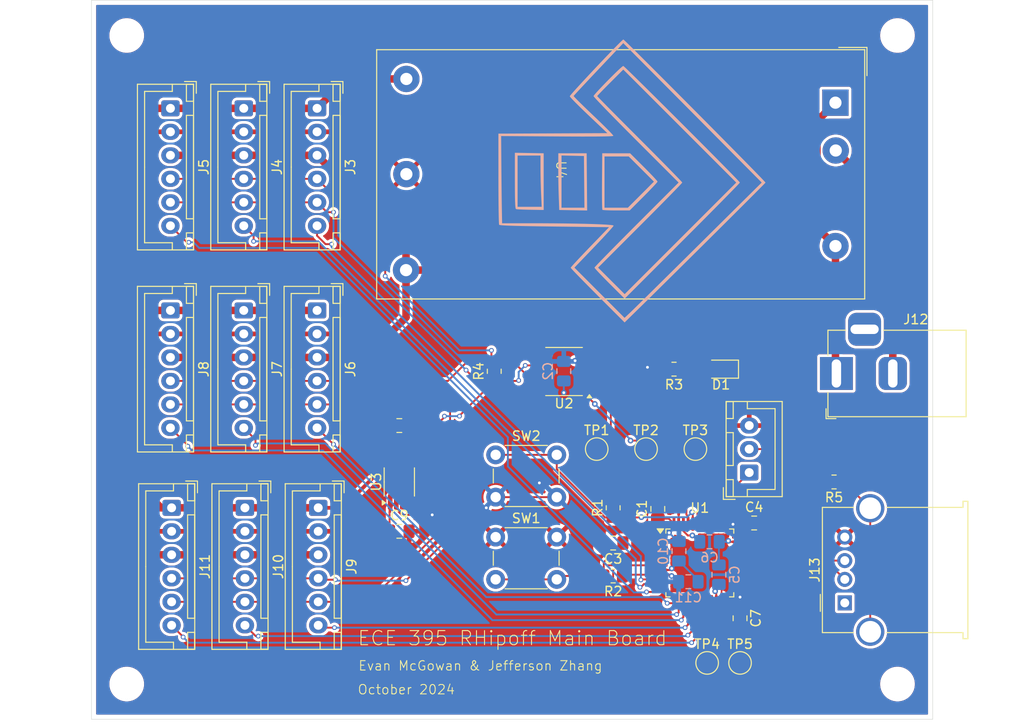
<source format=kicad_pcb>
(kicad_pcb (version 20240108) (generator "pcbnew") (generator_version "8.0")
  (layers (0 "F.Cu" signal) (31 "B.Cu" signal) (34 "B.Paste" user) (35 "F.Paste" user) (36 "B.SilkS" user "B.Silkscreen") (37 "F.SilkS" user "F.Silkscreen") (38 "B.Mask" user) (39 "F.Mask" user) (44 "Edge.Cuts" user))
  (net 0 "")
  (net 1 "GND")
  (net 2 "VDD")
  (net 3 "/NRST")
  (net 4 "/VCAP1")
  (net 5 "/VCAP2")
  (net 6 "+12V")
  (net 7 "Net-(D1-A)")
  (net 8 "/SWCLK")
  (net 9 "/SWDIO")
  (net 10 "CAN_H")
  (net 11 "-12V")
  (net 12 "CAN_L")
  (net 13 "/EN0")
  (net 14 "/EN1")
  (net 15 "/EN2")
  (net 16 "/EN3")
  (net 17 "/EN4")
  (net 18 "/EN5")
  (net 19 "/EN6")
  (net 20 "/EN7")
  (net 21 "/EN8")
  (net 22 "/VIN")
  (net 23 "/EXT_GND")
  (net 24 "Net-(J13-Shield)")
  (net 25 "/D-")
  (net 27 "/D+")
  (net 28 "/BOOT0")
  (net 29 "/CAN_RX")
  (net 30 "/CAN_TX")
  (net 31 "Net-(U1-PB1)")
  (net 32 "Net-(U1-PB2)")
  (net 33 "Net-(U1-PB3(JTDO))")
  (footprint "Capacitor_SMD:C_0805_2012Metric_Pad1.18x1.45mm_HandSolder" (layer "F.Cu") (at 145.5 88.25)
    (property "Reference" "C9")
    (property "Value" "2.2uF")
  )
  (footprint "Connector_JST:JST_XH_B6B-XH-A_1x06_P2.50mm_Vertical" (layer "F.Cu") (at 128.95 43.25 -90)
    (property "Reference" "J4")
    (property "Value" "DAUGHTER1")
  )
  (footprint "Package_SO:SOIC-8_3.9x4.9mm_P1.27mm" (layer "F.Cu") (at 163.025 71.25 180)
    (property "Reference" "U2")
    (property "Value" "TCAN3414DR")
  )
  (footprint "Package_QFP:LQFP-48_7x7mm_P0.5mm" (layer "F.Cu") (at 177.47 91.615)
    (property "Reference" "U1")
    (property "Value" "STM32H533CETx1")
  )
  (footprint "Package_SO:VSSOP-8_3x3mm_P0.65mm" (layer "F.Cu") (at 145.5 83 90)
    (property "Reference" "U3")
    (property "Value" "TLV76733DGNR")
  )
  (footprint "MountingHole:MountingHole_3.2mm_M3_ISO14580" (layer "F.Cu") (at 198.5 35.5)
    (property "Reference" "REF**" (hide yes))
    (property "Value" "MountingHole_3.2mm_M3_ISO14580")
  )
  (footprint "Resistor_SMD:R_0805_2012Metric_Pad1.20x1.40mm_HandSolder" (layer "F.Cu") (at 168.25 85.75 90)
    (property "Reference" "R1")
    (property "Value" "10k")
  )
  (footprint "Connector_JST:JST_XH_B6B-XH-A_1x06_P2.50mm_Vertical" (layer "F.Cu") (at 136.75 64.75 -90)
    (property "Reference" "J6")
    (property "Value" "DAUGHTER3")
  )
  (footprint "Button_Switch_THT:SW_PUSH_6mm" (layer "F.Cu") (at 155.75 88.865)
    (property "Reference" "SW1")
    (property "Value" "SW_Push")
  )
  (footprint "Connector_JST:JST_XH_B3B-XH-A_1x03_P2.50mm_Vertical" (layer "F.Cu") (at 182.725 82 90)
    (property "Reference" "J2" (hide yes))
    (property "Value" "Conn_01x03")
  )
  (footprint "Connector_JST:JST_XH_B6B-XH-A_1x06_P2.50mm_Vertical" (layer "F.Cu") (at 121.15 64.75 -90)
    (property "Reference" "J8")
    (property "Value" "DAUGHTER5")
  )
  (footprint "TestPoint:TestPoint_Pad_D2.0mm" (layer "F.Cu") (at 181.75 102.25)
    (property "Reference" "TP5")
    (property "Value" "TestPoint")
  )
  (footprint "Resistor_SMD:R_0805_2012Metric_Pad1.20x1.40mm_HandSolder" (layer "F.Cu") (at 168.25 93 180)
    (property "Reference" "R2")
    (property "Value" "10k")
  )
  (footprint "Connector_USB:USB_A_Molex_67643_Horizontal" (layer "F.Cu") (at 192.89 95.865 90)
    (property "Reference" "J13")
    (property "Value" "USB_A")
  )
  (footprint "Connector_JST:JST_XH_B6B-XH-A_1x06_P2.50mm_Vertical" (layer "F.Cu") (at 121.275 85.75 -90)
    (property "Reference" "J11")
    (property "Value" "DAUGHTER8")
  )
  (footprint "Capacitor_SMD:C_0805_2012Metric_Pad1.18x1.45mm_HandSolder" (layer "F.Cu") (at 145.5 77 180)
    (property "Reference" "C8" (hide yes))
    (property "Value" "1uF")
  )
  (footprint "Resistor_SMD:R_0805_2012Metric_Pad1.20x1.40mm_HandSolder" (layer "F.Cu") (at 191.75 83 180)
    (property "Reference" "R5")
    (property "Value" "0")
  )
  (footprint "LED_SMD:LED_0805_2012Metric_Pad1.15x1.40mm_HandSolder" (layer "F.Cu") (at 179.725 71 180)
    (property "Reference" "D1")
    (property "Value" "LED")
  )
  (footprint "Connector_BarrelJack:BarrelJack_Horizontal" (layer "F.Cu") (at 192 71.4575 180)
    (property "Reference" "J12")
    (property "Value" "Jack-DC")
  )
  (footprint "TestPoint:TestPoint_Pad_D2.0mm" (layer "F.Cu") (at 171.75 79.5)
    (property "Reference" "TP2")
    (property "Value" "TestPoint")
  )
  (footprint "Connector_JST:JST_XH_B6B-XH-A_1x06_P2.50mm_Vertical" (layer "F.Cu") (at 136.875 85.75 -90)
    (property "Reference" "J9")
    (property "Value" "DAUGHTER6")
  )
  (footprint "TestPoint:TestPoint_Pad_D2.0mm" (layer "F.Cu") (at 177 79.5)
    (property "Reference" "TP3")
    (property "Value" "TestPoint")
  )
  (footprint "Capacitor_SMD:C_0805_2012Metric_Pad1.18x1.45mm_HandSolder" (layer "F.Cu") (at 183.25 87.365)
    (property "Reference" "C4")
    (property "Value" "0.1uF")
  )
  (footprint "TestPoint:TestPoint_Pad_D2.0mm" (layer "F.Cu") (at 178.25 102.25)
    (property "Reference" "TP4")
    (property "Value" "TestPoint")
  )
  (footprint "Connector_JST:JST_XH_B6B-XH-A_1x06_P2.50mm_Vertical" (layer "F.Cu") (at 128.95 64.75 -90)
    (property "Reference" "J7")
    (property "Value" "DAUGHTER4")
  )
  (footprint "Connector_JST:JST_XH_B6B-XH-A_1x06_P2.50mm_Vertical" (layer "F.Cu") (at 121.15 43.25 -90)
    (property "Reference" "J5")
    (property "Value" "DAUGHTER2")
  )
  (footprint "Capacitor_SMD:C_0805_2012Metric_Pad1.18x1.45mm_HandSolder" (layer "F.Cu") (at 181.75 97.5 -90)
    (property "Reference" "C7")
    (property "Value" "0.1uF")
  )
  (footprint "Connector_JST:JST_XH_B6B-XH-A_1x06_P2.50mm_Vertical" (layer "F.Cu") (at 129.075 85.75 -90)
    (property "Reference" "J10")
    (property "Value" "DAUGHTER7")
  )
  (footprint "MountingHole:MountingHole_3.2mm_M3_ISO14580" (layer "F.Cu") (at 116.5 35.5)
    (property "Reference" "REF**" (hide yes))
    (property "Value" "MountingHole_3.2mm_M3_ISO14580")
  )
  (footprint "Library:DKM30F-12N" (layer "F.Cu") (at 169.18514 50.227234 -90)
    (property "Reference" "U4")
    (property "Value" "DKM30F-12N")
  )
  (footprint "Capacitor_SMD:C_0805_2012Metric_Pad1.18x1.45mm_HandSolder" (layer "F.Cu") (at 173 85.865 90)
    (property "Reference" "C1")
    (property "Value" "0.1uF")
  )
  (footprint "TestPoint:TestPoint_Pad_D2.0mm" (layer "F.Cu") (at 166.5 79.5)
    (property "Reference" "TP1")
    (property "Value" "TestPoint")
  )
  (footprint "Connector_JST:JST_XH_B6B-XH-A_1x06_P2.50mm_Vertical" (layer "F.Cu") (at 136.75 43.25 -90)
    (property "Reference" "J3")
    (property "Value" "DAUGHTER0")
  )
  (footprint "Resistor_SMD:R_0805_2012Metric_Pad1.20x1.40mm_HandSolder" (layer "F.Cu") (at 155.6 71.225 90)
    (property "Reference" "R4")
    (property "Value" "120")
  )
  (footprint "Button_Switch_THT:SW_PUSH_6mm" (layer "F.Cu") (at 155.75 80.115)
    (property "Reference" "SW2")
    (property "Value" "SW_Push")
  )
  (footprint "MountingHole:MountingHole_3.2mm_M3_ISO14580" (layer "F.Cu") (at 116.5 104.5)
    (property "Reference" "REF**" (hide yes))
    (property "Value" "MountingHole_3.2mm_M3_ISO14580")
  )
  (footprint "Capacitor_SMD:C_0805_2012Metric_Pad1.18x1.45mm_HandSolder" (layer "F.Cu") (at 168.25 89.5 180)
    (property "Reference" "C3")
    (property "Value" "0.1uF")
  )
  (footprint "MountingHole:MountingHole_3.2mm_M3_ISO14580" (layer "F.Cu") (at 198.5 104.5)
    (property "Reference" "REF**" (hide yes))
    (property "Value" "MountingHole_3.2mm_M3_ISO14580")
  )
  (footprint "Resistor_SMD:R_0805_2012Metric_Pad1.20x1.40mm_HandSolder" (layer "F.Cu") (at 174.725 71 180)
    (property "Reference" "R3")
    (property "Value" "330")
  )
  (footprint "Capacitor_SMD:C_0805_2012Metric_Pad1.18x1.45mm_HandSolder" (layer "B.Cu") (at 176.25 93.615)
    (property "Reference" "C11")
    (property "Value" "0.1uF")
  )
  (footprint "Capacitor_SMD:C_0805_2012Metric_Pad1.18x1.45mm_HandSolder" (layer "B.Cu") (at 163 71.2125 -90)
    (property "Reference" "C2")
    (property "Value" "0.1uF")
  )
  (footprint "Library:the j" (layer "B.Cu") (at 170.25 51 90)
    (property "Reference" "G***" (hide yes))
    (property "Value" "LOGO" (hide yes))
  )
  (footprint "Capacitor_SMD:C_0805_2012Metric_Pad1.18x1.45mm_HandSolder" (layer "B.Cu") (at 178.5 89.365)
    (property "Reference" "C6")
    (property "Value" "2.2uF")
  )
  (footprint "Capacitor_SMD:C_0805_2012Metric_Pad1.18x1.45mm_HandSolder" (layer "B.Cu") (at 175.25 90.365 -90)
    (property "Reference" "C10")
    (property "Value" "0.1uF")
  )
  (footprint "Capacitor_SMD:C_0805_2012Metric_Pad1.18x1.45mm_HandSolder" (layer "B.Cu") (at 179.5 92.865 90)
    (property "Reference" "C5")
    (property "Value" "2.2uF")
  )
  (gr_rect (start 112.75 31.75) (end 202.25 108.25) (stroke (width 0.05)) (fill none) (layer "Edge.Cuts"))
  (gr_text "Evan McGowan & Jefferson Zhang" (at 141.084435 103.137419 0) (layer "F.SilkS") (effects (font (size 1 1) (thickness 0.1)) (justify left bottom)))
  (gr_text "ECE 395 RHipoff Main Board" (at 141 100.5 0) (layer "F.SilkS") (effects (font (size 1.5 1.5) (thickness 0.1)) (justify left bottom)))
  (gr_text "October 2024" (at 141.016448 105.672149 -0) (layer "F.SilkS") (effects (font (size 1 1) (thickness 0.1)) (justify left bottom)))
  (segment (start 181.71009 98.5375) (end 181.75 98.5375) (width 0.2) (layer "F.Cu") (net 1))
  (segment (start 175.22 87.4525) (end 175.22 91.465642) (width 0.2) (layer "F.Cu") (net 1))
  (segment (start 174.482663 92.202979) (end 174.320642 92.365) (width 0.2) (layer "F.Cu") (net 1))
  (segment (start 190.75 86.725) (end 192.89 88.865) (width 0.2) (layer "F.Cu") (net 1))
  (segment (start 174.320642 92.365) (end 173.3075 92.365) (width 0.2) (layer "F.Cu") (net 1))
  (segment (start 180.595558 89.365) (end 181.6325 89.365) (width 0.2) (layer "F.Cu") (net 1))
  (segment (start 179.72 95.7775) (end 179.72 96.54741) (width 0.2) (layer "F.Cu") (net 1))
  (segment (start 179.72 96.54741) (end 181.71009 98.5375) (width 0.2) (layer "F.Cu") (net 1))
  (segment (start 175.22 91.465642) (end 174.482663 92.202979) (width 0.2) (layer "F.Cu") (net 1))
  (segment (start 190.75 83) (end 190.75 86.725) (width 0.2) (layer "F.Cu") (net 1))
  (segment (start 180.495716 89.265158) (end 180.595558 89.365) (width 0.2) (layer "F.Cu") (net 1))
  (via (at 180.495716 89.265158) (size 0.6) (drill 0.3) (layers "F.Cu" "B.Cu") (net 1))
  (via (at 163 73.5) (size 0.6) (drill 0.3) (layers "F.Cu" "B.Cu") (net 1))
  (via (at 174.482663 92.202979) (size 0.6) (drill 0.3) (layers "F.Cu" "B.Cu") (net 1))
  (segment (start 175.25 91.435642) (end 174.482663 92.202979) (width 0.2) (layer "B.Cu") (net 1))
  (segment (start 163 72.25) (end 163 73.5) (width 0.2) (layer "B.Cu") (net 1))
  (segment (start 177.2875 93.615) (end 177.2875 93.44) (width 0.2) (layer "B.Cu") (net 1))
  (segment (start 177.2875 93.44) (end 175.25 91.4025) (width 0.2) (layer "B.Cu") (net 1))
  (segment (start 175.25 91.4025) (end 175.25 91.435642) (width 0.2) (layer "B.Cu") (net 1))
  (segment (start 179.5 89.4025) (end 179.5375 89.365) (width 0.2) (layer "B.Cu") (net 1))
  (segment (start 179.5375 89.365) (end 180.395874 89.365) (width 0.2) (layer "B.Cu") (net 1))
  (segment (start 179.5 91.8275) (end 179.5 89.4025) (width 0.2) (layer "B.Cu") (net 1))
  (segment (start 180.395874 89.365) (end 180.495716 89.265158) (width 0.2) (layer "B.Cu") (net 1))
  (segment (start 174.469019 93.002864) (end 174.331155 92.865) (width 0.2) (layer "F.Cu") (net 2))
  (segment (start 145.750001 86.5) (end 149 86.5) (width 0.2) (layer "F.Cu") (net 2))
  (segment (start 144.4625 85.825) (end 145.175 85.1125) (width 0.2) (layer "F.Cu") (net 2))
  (segment (start 160.735 83.1) (end 160.4 83.1) (width 0.2) (layer "F.Cu") (net 2))
  (segment (start 145.175 85.924999) (end 145.750001 86.5) (width 0.2) (layer "F.Cu") (net 2))
  (segment (start 172.1 71) (end 171.9 70.8) (width 0.2) (layer "F.Cu") (net 2))
  (segment (start 145.175 85.1125) (end 145.175 85.924999) (width 0.2) (layer "F.Cu") (net 2))
  (segment (start 174.2 88.4) (end 174.2 87.9725) (width 0.2) (layer "F.Cu") (net 2))
  (segment (start 182.2125 87.365) (end 182.2125 88.285) (width 0.2) (layer "F.Cu") (net 2))
  (segment (start 174.2 87.9725) (end 174.72 87.4525) (width 0.2) (layer "F.Cu") (net 2))
  (segment (start 164.715 70.615) (end 164.2 70.1) (width 0.2) (layer "F.Cu") (net 2))
  (segment (start 181.75 95.25) (end 181.75 96.4625) (width 0.2) (layer "F.Cu") (net 2))
  (segment (start 181 87.5) (end 182.0775 87.5) (width 0.2) (layer "F.Cu") (net 2))
  (segment (start 173.7725 88.4) (end 173.3075 88.865) (width 0.2) (layer "F.Cu") (net 2))
  (segment (start 154.75 85.615) (end 155.75 84.615) (width 0.2) (layer "F.Cu") (net 2))
  (segment (start 154.75 85.75) (end 154.75 85.615) (width 0.2) (layer "F.Cu") (net 2))
  (segment (start 181.75 95.25) (end 180.7475 95.25) (width 0.2) (layer "F.Cu") (net 2))
  (segment (start 144.4625 88.25) (end 144.4625 86.25) (width 0.2) (layer "F.Cu") (net 2))
  (segment (start 169.385 92.865) (end 173.3075 92.865) (width 0.2) (layer "F.Cu") (net 2))
  (segment (start 180.7475 95.25) (end 180.22 95.7775) (width 0.2) (layer "F.Cu") (net 2))
  (segment (start 173.7 71) (end 172.1 71) (width 0.2) (layer "F.Cu") (net 2))
  (segment (start 165.5 70.615) (end 164.715 70.615) (width 0.2) (layer "F.Cu") (net 2))
  (segment (start 144.525 85.1125) (end 144.525 86.1875) (width 0.2) (layer "F.Cu") (net 2))
  (segment (start 182.0775 87.5) (end 182.2125 87.365) (width 0.2) (layer "F.Cu") (net 2))
  (segment (start 162.25 84.615) (end 160.735 83.1) (width 0.2) (layer "F.Cu") (net 2))
  (segment (start 174.17 86.9025) (end 174.72 87.4525) (width 0.2) (layer "F.Cu") (net 2))
  (segment (start 182.2125 88.285) (end 181.6325 88.865) (width 0.2) (layer "F.Cu") (net 2))
  (segment (start 169.25 93) (end 169.385 92.865) (width 0.2) (layer "F.Cu") (net 2))
  (segment (start 144.4625 86.25) (end 144.4625 85.825) (width 0.2) (layer "F.Cu") (net 2))
  (segment (start 173 86.9025) (end 174.17 86.9025) (width 0.2) (layer "F.Cu") (net 2))
  (segment (start 162.25 84.615) (end 155.75 84.615) (width 0.2) (layer "F.Cu") (net 2))
  (segment (start 174.331155 92.865) (end 173.3075 92.865) (width 0.2) (layer "F.Cu") (net 2))
  (segment (start 144.525 86.1875) (end 144.4625 86.25) (width 0.2) (layer "F.Cu") (net 2))
  (segment (start 174.2 88.4) (end 173.7725 88.4) (width 0.2) (layer "F.Cu") (net 2))
  (via (at 171.9 70.8) (size 0.6) (drill 0.3) (layers "F.Cu" "B.Cu") (net 2))
  (via (at 160.4 83.1) (size 0.6) (drill 0.3) (layers "F.Cu" "B.Cu") (net 2))
  (via (at 181.75 95.25) (size 0.6) (drill 0.3) (layers "F.Cu" "B.Cu") (net 2))
  (via (at 181 87.5) (size 0.6) (drill 0.3) (layers "F.Cu" "B.Cu") (net 2))
  (via (at 174.469019 93.002864) (size 0.6) (drill 0.3) (layers "F.Cu" "B.Cu") (net 2))
  (via (at 154.75 85.75) (size 0.6) (drill 0.3) (layers "F.Cu" "B.Cu") (net 2))
  (via (at 149 86.5) (size 0.6) (drill 0.3) (layers "F.Cu" "B.Cu") (net 2))
  (via (at 164.2 70.1) (size 0.6) (drill 0.3) (layers "F.Cu" "B.Cu") (net 2))
  (via (at 174.2 88.4) (size 0.6) (drill 0.3) (layers "F.Cu" "B.Cu") (net 2))
  (segment (start 149 86.5) (end 154 86.5) (width 0.2) (layer "B.Cu") (net 2))
  (segment (start 175.081155 93.615) (end 174.469019 93.002864) (width 0.2) (layer "B.Cu") (net 2))
  (segment (start 175.1275 89.3275) (end 174.2 88.4) (width 0.2) (layer "B.Cu") (net 2))
  (segment (start 164.2 70.1) (end 163.075 70.1) (width 0.2) (layer "B.Cu") (net 2))
  (segment (start 154 86.5) (end 154.75 85.75) (width 0.2) (layer "B.Cu") (net 2))
  (segment (start 163.075 70.1) (end 163 70.175) (width 0.2) (layer "B.Cu") (net 2))
  (segment (start 175.2125 93.615) (end 175.081155 93.615) (width 0.2) (layer "B.Cu") (net 2))
  (segment (start 175.25 89.3275) (end 175.1275 89.3275) (width 0.2) (layer "B.Cu") (net 2))
  (segment (start 162.615 93) (end 162.25 93.365) (width 0.2) (layer "F.Cu") (net 3))
  (segment (start 173.3075 91.865) (end 167.5775 91.865) (width 0.2) (layer "F.Cu") (net 3))
  (segment (start 167.5775 91.865) (end 167.25 91.5375) (width 0.2) (layer "F.Cu") (net 3))
  (segment (start 167.25 93) (end 167.25 91.5375) (width 0.2) (layer "F.Cu") (net 3))
  (segment (start 167.25 91.5375) (end 169.2875 89.5) (width 0.2) (layer "F.Cu") (net 3))
  (segment (start 162.25 93.365) (end 155.75 93.365) (width 0.2) (layer "F.Cu") (net 3))
  (segment (start 167.25 93) (end 162.615 93) (width 0.2) (layer "F.Cu") (net 3))
  (segment (start 179.100381 94.627508) (end 179.22 94.747127) (width 0.2) (layer "F.Cu") (net 4))
  (segment (start 179.22 94.747127) (end 179.22 95.7775) (width 0.2) (layer "F.Cu") (net 4))
  (via (at 179.100381 94.627508) (size 0.6) (drill 0.3) (layers "F.Cu" "B.Cu") (net 4))
  (segment (start 179.5 94.227889) (end 179.100381 94.627508) (width 0.2) (layer "B.Cu") (net 4))
  (segment (start 179.5 93.9025) (end 179.5 94.227889) (width 0.2) (layer "B.Cu") (net 4))
  (segment (start 176.677946 88.69) (end 176.18759 88.69) (width 0.2) (layer "F.Cu") (net 5))
  (segment (start 175.72 88.22241) (end 175.72 87.4525) (width 0.2) (layer "F.Cu") (net 5))
  (segment (start 176.18759 88.69) (end 175.72 88.22241) (width 0.2) (layer "F.Cu") (net 5))
  (via (at 176.677946 88.69) (size 0.6) (drill 0.3) (layers "F.Cu" "B.Cu") (net 5))
  (segment (start 177.352946 89.365) (end 176.677946 88.69) (width 0.2) (layer "B.Cu") (net 5))
  (segment (start 177.4625 89.365) (end 177.352946 89.365) (width 0.2) (layer "B.Cu") (net 5))
  (segment (start 117.2 44.6) (end 117.2 62.4) (width 0.8) (layer "F.Cu") (net 6))
  (segment (start 118.55 43.25) (end 117.2 44.6) (width 0.8) (layer "F.Cu") (net 6))
  (segment (start 139.875124 40.124876) (end 136.75 43.25) (width 0.8) (layer "F.Cu") (net 6))
  (segment (start 128.95 43.25) (end 121.15 43.25) (width 0.8) (layer "F.Cu") (net 6))
  (segment (start 129.075 85.75) (end 121.275 85.75) (width 0.8) (layer "F.Cu") (net 6))
  (segment (start 119.55 64.75) (end 117.2 62.4) (width 0.8) (layer "F.Cu") (net 6))
  (segment (start 121.15 64.75) (end 128.95 64.75) (width 0.8) (layer "F.Cu") (net 6))
  (segment (start 120.15 85.75) (end 121.275 85.75) (width 0.8) (layer "F.Cu") (net 6))
  (segment (start 146.475 80.8875) (end 146.475 77.0625) (width 0.2) (layer "F.Cu") (net 6))
  (segment (start 136.75 64.75) (end 128.95 64.75) (width 0.8) (layer "F.Cu") (net 6))
  (segment (start 136.875 85.75) (end 129.075 85.75) (width 0.8) (layer "F.Cu") (net 6))
  (segment (start 117.2 82.8) (end 120.15 85.75) (width 0.8) (layer "F.Cu") (net 6))
  (segment (start 121.15 64.75) (end 119.55 64.75) (width 0.8) (layer "F.Cu") (net 6))
  (segment (start 139.5 85.75) (end 136.875 85.75) (width 0.4) (layer "F.Cu") (net 6))
  (segment (start 144.525 80.8875) (end 144.3625 80.8875) (width 0.4) (layer "F.Cu") (net 6))
  (segment (start 146.475 77.0625) (end 146.5375 77) (width 0.2) (layer "F.Cu") (net 6))
  (segment (start 144.525 79.0125) (end 146.5375 77) (width 0.2) (layer "F.Cu") (net 6))
  (segment (start 144.525 80.8875) (end 144.525 79.0125) (width 0.2) (layer "F.Cu") (net 6))
  (segment (start 136.75 43.25) (end 128.95 43.25) (width 0.8) (layer "F.Cu") (net 6))
  (segment (start 146.25 40.124876) (end 139.875124 40.124876) (width 0.8) (layer "F.Cu") (net 6))
  (segment (start 117.2 62.4) (end 117.2 82.8) (width 0.8) (layer "F.Cu") (net 6))
  (segment (start 121.15 43.25) (end 118.55 43.25) (width 0.8) (layer "F.Cu") (net 6))
  (segment (start 144.3625 80.8875) (end 139.5 85.75) (width 0.4) (layer "F.Cu") (net 6))
  (segment (start 178.7 71) (end 175.75 71) (width 0.2) (layer "F.Cu") (net 7))
  (segment (start 180.22 87.4525) (end 180.22 84.505) (width 0.2) (layer "F.Cu") (net 8))
  (segment (start 180.22 84.505) (end 182.725 82) (width 0.2) (layer "F.Cu") (net 8))
  (segment (start 187.6 86.974872) (end 184.709872 89.865) (width 0.2) (layer "F.Cu") (net 9))
  (segment (start 185.8 79.5) (end 187.6 81.3) (width 0.2) (layer "F.Cu") (net 9))
  (segment (start 187.6 81.3) (end 187.6 86.974872) (width 0.2) (layer "F.Cu") (net 9))
  (segment (start 184.709872 89.865) (end 181.6325 89.865) (width 0.2) (layer "F.Cu") (net 9))
  (segment (start 182.725 79.5) (end 185.8 79.5) (width 0.2) (layer "F.Cu") (net 9))
  (segment (start 128.95 72.25) (end 136.75 72.25) (width 0.2) (layer "F.Cu") (net 10))
  (segment (start 121.15 50.75) (end 128.95 50.75) (width 0.2) (layer "F.Cu") (net 10))
  (segment (start 150.672182 72.25) (end 152.722182 70.2) (width 0.2) (layer "F.Cu") (net 10))
  (segment (start 159.31 71.885) (end 160.55 71.885) (width 0.2) (layer "F.Cu") (net 10))
  (segment (start 150.9 75.5) (end 150.9 88.8) (width 0.2) (layer "F.Cu") (net 10))
  (segment (start 144 58) (end 144 61.1) (width 0.2) (layer "F.Cu") (net 10))
  (segment (start 155.6 70.2) (end 157.625 70.2) (width 0.2) (layer "F.Cu") (net 10))
  (segment (start 128.95 50.75) (end 136.75 50.75) (width 0.2) (layer "F.Cu") (net 10))
  (segment (start 136.75 50.75) (end 144 58) (width 0.2) (layer "F.Cu") (net 10))
  (segment (start 150.9 88.8) (end 146.2 93.5) (width 0.2) (layer "F.Cu") (net 10))
  (segment (start 136.75 72.25) (end 147.4 72.25) (width 0.2) (layer "F.Cu") (net 10))
  (segment (start 138.7 93.4) (end 137.025 93.4) (width 0.2) (layer "F.Cu") (net 10))
  (segment (start 152.722182 70.2) (end 155.6 70.2) (width 0.2) (layer "F.Cu") (net 10))
  (segment (start 147.4 72.25) (end 147.65 72.25) (width 0.2) (layer "F.Cu") (net 10))
  (segment (start 121.275 93.25) (end 129.075 93.25) (width 0.2) (layer "F.Cu") (net 10))
  (segment (start 121.15 72.25) (end 128.95 72.25) (width 0.2) (layer "F.Cu") (net 10))
  (segment (start 157.625 70.2) (end 159.31 71.885) (width 0.2) (layer "F.Cu") (net 10))
  (segment (start 155.3 69) (end 155.3 69.9) (width 0.2) (layer "F.Cu") (net 10))
  (segment (start 129.075 93.25) (end 136.875 93.25) (width 0.2) (layer "F.Cu") (net 10))
  (segment (start 147.4 72.25) (end 150.672182 72.25) (width 0.2) (layer "F.Cu") (net 10))
  (segment (start 155.3 69.9) (end 155.6 70.2) (width 0.2) (layer "F.Cu") (net 10))
  (segment (start 147.65 72.25) (end 150.9 75.5) (width 0.2) (layer "F.Cu") (net 10))
  (via (at 138.7 93.4) (size 0.5) (drill 0.3) (layers "F.Cu" "B.Cu") (net 10))
  (via (at 155.3 69) (size 0.5) (drill 0.3) (layers "F.Cu" "B.Cu") (net 10))
  (via (at 144 61.1) (size 0.5) (drill 0.3) (layers "F.Cu" "B.Cu") (net 10))
  (via (at 146.2 93.5) (size 0.5) (drill 0.3) (layers "F.Cu" "B.Cu") (net 10))
  (segment (start 138.8 93.5) (end 138.7 93.4) (width 0.2) (layer "B.Cu") (net 10))
  (segment (start 146.2 93.5) (end 138.8 93.5) (width 0.2) (layer "B.Cu") (net 10))
  (segment (start 151.9 69) (end 155.3 69) (width 0.2) (layer "B.Cu") (net 10))
  (segment (start 144 61.1) (end 151.9 69) (width 0.2) (layer "B.Cu") (net 10))
  (segment (start 118.05 90.75) (end 121.275 90.75) (width 0.8) (layer "F.Cu") (net 11))
  (segment (start 149.9 36.8) (end 131.8 36.8) (width 0.8) (layer "F.Cu") (net 11))
  (segment (start 146.215124 60.462314) (end 148.437686 60.462314) (width 0.8) (layer "F.Cu") (net 11))
  (segment (start 131.8 36.8) (end 129.2 39.4) (width 0.8) (layer "F.Cu") (net 11))
  (segment (start 129.075 90.75) (end 136.875 90.75) (width 0.8) (layer "F.Cu") (net 11))
  (segment (start 121.275 90.75) (end 129.075 90.75) (width 0.8) (layer "F.Cu") (net 11))
  (segment (start 129.2 39.4) (end 118.9 39.4) (width 0.8) (layer "F.Cu") (net 11))
  (segment (start 128.95 48.25) (end 121.15 48.25) (width 0.8) (layer "F.Cu") (net 11))
  (segment (start 128.95 69.75) (end 121.15 69.75) (width 0.8) (layer "F.Cu") (net 11))
  (segment (start 141.95 69.75) (end 136.75 69.75) (width 0.8) (layer "F.Cu") (net 11))
  (segment (start 136.75 48.25) (end 128.95 48.25) (width 0.8) (layer "F.Cu") (net 11))
  (segment (start 118.9 39.4) (end 115.4 42.9) (width 0.8) (layer "F.Cu") (net 11))
  (segment (start 148.437686 60.462314) (end 150.6 58.3) (width 0.8) (layer "F.Cu") (net 11))
  (segment (start 146.215124 65.484876) (end 141.95 69.75) (width 0.8) (layer "F.Cu") (net 11))
  (segment (start 115.4 42.9) (end 115.4 88.1) (width 0.8) (layer "F.Cu") (net 11))
  (segment (start 150.6 37.5) (end 149.9 36.8) (width 0.8) (layer "F.Cu") (net 11))
  (segment (start 150.6 58.3) (end 150.6 37.5) (width 0.8) (layer "F.Cu") (net 11))
  (segment (start 146.215124 60.462314) (end 146.215124 57.715124) (width 0.8) (layer "F.Cu") (net 11))
  (segment (start 146.215124 60.462314) (end 146.215124 65.484876) (width 0.8) (layer "F.Cu") (net 11))
  (segment (start 115.4 88.1) (end 118.05 90.75) (width 0.8) (layer "F.Cu") (net 11))
  (segment (start 146.215124 57.715124) (end 136.75 48.25) (width 0.8) (layer "F.Cu") (net 11))
  (segment (start 136.75 69.75) (end 128.95 69.75) (width 0.8) (layer "F.Cu") (net 11))
  (segment (start 155.6 72.25) (end 158.15 72.25) (width 0.2) (layer "F.Cu") (net 12))
  (segment (start 129.075 95.75) (end 121.275 95.75) (width 0.2) (layer "F.Cu") (net 12))
  (segment (start 155.6 72.25) (end 151.9 75.95) (width 0.2) (layer "F.Cu") (net 12))
  (segment (start 148.15 74.75) (end 149.9 76.5) (width 0.2) (layer "F.Cu") (net 12))
  (segment (start 150.3 76.1) (end 149.9 76.5) (width 0.2) (layer "F.Cu") (net 12))
  (segment (start 136.75 74.75) (end 128.95 74.75) (width 0.2) (layer "F.Cu") (net 12))
  (segment (start 136.75 53.25) (end 128.95 53.25) (width 0.2) (layer "F.Cu") (net 12))
  (segment (start 136.875 95.75) (end 129.075 95.75) (width 0.2) (layer "F.Cu") (net 12))
  (segment (start 150.3 76) (end 150.3 76.1) (width 0.2) (layer "F.Cu") (net 12))
  (segment (start 158.15 72.25) (end 158.2 72.2) (width 0.2) (layer "F.Cu") (net 12))
  (segment (start 136.75 74.75) (end 148.15 74.75) (width 0.2) (layer "F.Cu") (net 12))
  (segment (start 138.5 54.3) (end 137.8 54.3) (width 0.2) (layer "F.Cu") (net 12))
  (segment (start 158.9 70.6) (end 160.535 70.6) (width 0.2) (layer "F.Cu") (net 12))
  (segment (start 128.95 74.75) (end 121.15 74.75) (width 0.2) (layer "F.Cu") (net 12))
  (segment (start 155.6 72.25) (end 153.75 72.25) (width 0.2) (layer "F.Cu") (net 12))
  (segment (start 137.8 54.3) (end 136.75 53.25) (width 0.2) (layer "F.Cu") (net 12))
  (segment (start 128.95 53.25) (end 121.15 53.25) (width 0.2) (layer "F.Cu") (net 12))
  (segment (start 149.9 76.5) (end 149.9 88.1) (width 0.2) (layer "F.Cu") (net 12))
  (segment (start 151.9 75.95) (end 151.9 76) (width 0.2) (layer "F.Cu") (net 12))
  (segment (start 142.25 95.75) (end 136.875 95.75) (width 0.2) (layer "F.Cu") (net 12))
  (segment (start 149.9 88.1) (end 142.25 95.75) (width 0.2) (layer "F.Cu") (net 12))
  (segment (start 153.75 72.25) (end 152.6 71.1) (width 0.2) (layer "F.Cu") (net 12))
  (segment (start 160.535 70.6) (end 160.55 70.615) (width 0.2) (layer "F.Cu") (net 12))
  (via (at 158.2 72.2) (size 0.5) (drill 0.3) (layers "F.Cu" "B.Cu") (net 12))
  (via (at 151.9 76) (size 0.5) (drill 0.3) (layers "F.Cu" "B.Cu") (net 12))
  (via (at 150.3 76) (size 0.5) (drill 0.3) (layers "F.Cu" "B.Cu") (net 12))
  (via (at 138.5 54.3) (size 0.5) (drill 0.3) (layers "F.Cu" "B.Cu") (net 12))
  (via (at 158.9 70.6) (size 0.5) (drill 0.3) (layers "F.Cu" "B.Cu") (net 12))
  (via (at 152.6 71.1) (size 0.5) (drill 0.3) (layers "F.Cu" "B.Cu") (net 12))
  (segment (start 158.2 72.2) (end 158.2 71.3) (width 0.2) (layer "B.Cu") (net 12))
  (segment (start 152.6 71.1) (end 138.5 57) (width 0.2) (layer "B.Cu") (net 12))
  (segment (start 158.2 71.3) (end 158.9 70.6) (width 0.2) (layer "B.Cu") (net 12))
  (segment (start 151.9 76) (end 150.3 76) (width 0.2) (layer "B.Cu") (net 12))
  (segment (start 138.5 57) (end 138.5 54.3) (width 0.2) (layer "B.Cu") (net 12))
  (segment (start 136.75 55.75) (end 136.75 56.8) (width 0.2) (layer "F.Cu") (net 13))
  (segment (start 137.65 57.7) (end 138.3 57.7) (width 0.2) (layer "F.Cu") (net 13))
  (segment (start 171.2 93.415) (end 171.25 93.365) (width 0.2) (layer "F.Cu") (net 13))
  (segment (start 171.25 93.365) (end 173.3075 93.365) (width 0.2) (layer "F.Cu") (net 13))
  (segment (start 136.75 56.8) (end 137.65 57.7) (width 0.2) (layer "F.Cu") (net 13))
  (via (at 171.2 93.415) (size 0.5) (drill 0.3) (layers "F.Cu" "B.Cu") (net 13))
  (via (at 138.3 57.7) (size 0.5) (drill 0.3) (layers "F.Cu" "B.Cu") (net 13))
  (segment (start 138.3 58.003478) (end 171.2 90.903478) (width 0.2) (layer "B.Cu") (net 13))
  (segment (start 138.3 57.7) (end 138.3 58.003478) (width 0.2) (layer "B.Cu") (net 13))
  (segment (start 171.2 90.903478) (end 171.2 93.415) (width 0.2) (layer "B.Cu") (net 13))
  (segment (start 173.3075 93.865) (end 171.527818 93.865) (width 0.2) (layer "F.Cu") (net 14))
  (segment (start 171.527818 93.865) (end 171.192818 94.2) (width 0.2) (layer "F.Cu") (net 14))
  (segment (start 130 56.8) (end 128.95 55.75) (width 0.2) (layer "F.Cu") (net 14))
  (segment (start 130 57.4) (end 130 56.8) (width 0.2) (layer "F.Cu") (net 14))
  (segment (start 171.192818 94.2) (end 171.1 94.2) (width 0.2) (layer "F.Cu") (net 14))
  (via (at 171.1 94.2) (size 0.5) (drill 0.3) (layers "F.Cu" "B.Cu") (net 14))
  (via (at 130 57.4) (size 0.5) (drill 0.3) (layers "F.Cu" "B.Cu") (net 14))
  (segment (start 171.1 94.2) (end 170.65 93.75) (width 0.2) (layer "B.Cu") (net 14))
  (segment (start 136.873478 57.4) (end 130 57.4) (width 0.2) (layer "B.Cu") (net 14))
  (segment (start 170.65 93.75) (end 170.65 91.176522) (width 0.2) (layer "B.Cu") (net 14))
  (segment (start 170.65 91.176522) (end 136.873478 57.4) (width 0.2) (layer "B.Cu") (net 14))
  (segment (start 171.8 94.7) (end 172.9725 94.7) (width 0.2) (layer "F.Cu") (net 15))
  (segment (start 122.9 57.5) (end 123.1 57.5) (width 0.2) (layer "F.Cu") (net 15))
  (segment (start 121.15 55.75) (end 122.9 57.5) (width 0.2) (layer "F.Cu") (net 15))
  (segment (start 172.9725 94.7) (end 173.3075 94.365) (width 0.2) (layer "F.Cu") (net 15))
  (via (at 123.1 57.5) (size 0.5) (drill 0.3) (layers "F.Cu" "B.Cu") (net 15))
  (via (at 171.8 94.7) (size 0.5) (drill 0.3) (layers "F.Cu" "B.Cu") (net 15))
  (segment (start 170.45 94.75) (end 171.75 94.75) (width 0.2) (layer "B.Cu") (net 15))
  (segment (start 136.9 58.1) (end 157.05 78.25) (width 0.2) (layer "B.Cu") (net 15))
  (segment (start 162.5 86.8) (end 170.45 94.75) (width 0.2) (layer "B.Cu") (net 15))
  (segment (start 123.6 57.5) (end 124.2 58.1) (width 0.2) (layer "B.Cu") (net 15))
  (segment (start 124.2 58.1) (end 136.9 58.1) (width 0.2) (layer "B.Cu") (net 15))
  (segment (start 157.05 78.25) (end 157.05 81.35) (width 0.2) (layer "B.Cu") (net 15))
  (segment (start 171.75 94.75) (end 171.8 94.7) (width 0.2) (layer "B.Cu") (net 15))
  (segment (start 157.05 81.35) (end 162.5 86.8) (width 0.2) (layer "B.Cu") (net 15))
  (segment (start 123.1 57.5) (end 123.6 57.5) (width 0.2) (layer "B.Cu") (net 15))
  (segment (start 174 95.9) (end 174.5975 95.9) (width 0.2) (layer "F.Cu") (net 16))
  (segment (start 174.5975 95.9) (end 174.72 95.7775) (width 0.2) (layer "F.Cu") (net 16))
  (segment (start 136.75 77.25) (end 138.5 79) (width 0.2) (layer "F.Cu") (net 16))
  (via (at 138.5 79) (size 0.5) (drill 0.3) (layers "F.Cu" "B.Cu") (net 16))
  (via (at 174 95.9) (size 0.5) (drill 0.3) (layers "F.Cu" "B.Cu") (net 16))
  (segment (start 138.5 79) (end 154.75 95.25) (width 0.2) (layer "B.Cu") (net 16))
  (segment (start 173.35 95.25) (end 174 95.9) (width 0.2) (layer "B.Cu") (net 16))
  (segment (start 154.75 95.25) (end 173.35 95.25) (width 0.2) (layer "B.Cu") (net 16))
  (segment (start 175.22 95.7775) (end 175.22 96.88) (width 0.2) (layer "F.Cu") (net 17))
  (segment (start 175.22 96.88) (end 175 97.1) (width 0.2) (layer "F.Cu") (net 17))
  (segment (start 130.2 79.1) (end 130.2 78.5) (width 0.2) (layer "F.Cu") (net 17))
  (segment (start 130.2 78.5) (end 128.95 77.25) (width 0.2) (layer "F.Cu") (net 17))
  (via (at 175 97.1) (size 0.5) (drill 0.3) (layers "F.Cu" "B.Cu") (net 17))
  (via (at 130.2 79.1) (size 0.5) (drill 0.3) (layers "F.Cu" "B.Cu") (net 17))
  (segment (start 137.622182 78.9) (end 137.3 78.9) (width 0.2) (layer "B.Cu") (net 17))
  (segment (start 175 97.1) (end 155.822182 97.1) (width 0.2) (layer "B.Cu") (net 17))
  (segment (start 155.822182 97.1) (end 137.622182 78.9) (width 0.2) (layer "B.Cu") (net 17))
  (segment (start 137.3 78.9) (end 130.4 78.9) (width 0.2) (layer "B.Cu") (net 17))
  (segment (start 130.4 78.9) (end 130.2 79.1) (width 0.2) (layer "B.Cu") (net 17))
  (segment (start 175.5 97.7) (end 175.5 97.6) (width 0.2) (layer "F.Cu") (net 18))
  (segment (start 175.5 97.6) (end 175.72 97.38) (width 0.2) (layer "F.Cu") (net 18))
  (segment (start 123 79.1) (end 123 79.2) (width 0.2) (layer "F.Cu") (net 18))
  (segment (start 121.15 77.25) (end 123 79.1) (width 0.2) (layer "F.Cu") (net 18))
  (segment (start 175.72 97.38) (end 175.72 95.7775) (width 0.2) (layer "F.Cu") (net 18))
  (via (at 123 79.2) (size 0.5) (drill 0.3) (layers "F.Cu" "B.Cu") (net 18))
  (via (at 175.5 97.7) (size 0.5) (drill 0.3) (layers "F.Cu" "B.Cu") (net 18))
  (segment (start 155.4 97.7) (end 175.5 97.7) (width 0.2) (layer "B.Cu") (net 18))
  (segment (start 137.35 79.65) (end 137.4 79.7) (width 0.2) (layer "B.Cu") (net 18))
  (segment (start 123.45 79.65) (end 137.35 79.65) (width 0.2) (layer "B.Cu") (net 18))
  (segment (start 123 79.2) (end 123.45 79.65) (width 0.2) (layer "B.Cu") (net 18))
  (segment (start 137.4 79.7) (end 155.4 97.7) (width 0.2) (layer "B.Cu") (net 18))
  (segment (start 176.22 98.18) (end 175.9 98.5) (width 0.2) (layer "F.Cu") (net 19))
  (segment (start 138.6 98.5) (end 137.125 98.5) (width 0.2) (layer "F.Cu") (net 19))
  (segment (start 176.22 95.7775) (end 176.22 98.18) (width 0.2) (layer "F.Cu") (net 19))
  (segment (start 137.125 98.5) (end 136.875 98.25) (width 0.2) (layer "F.Cu") (net 19))
  (via (at 138.6 98.5) (size 0.5) (drill 0.3) (layers "F.Cu" "B.Cu") (net 19))
  (via (at 175.9 98.5) (size 0.5) (drill 0.3) (layers "F.Cu" "B.Cu") (net 19))
  (segment (start 175.9 98.5) (end 138.6 98.5) (width 0.2) (layer "B.Cu") (net 19))
  (segment (start 176.72 95.7775) (end 176.72 98.78) (width 0.2) (layer "F.Cu") (net 20))
  (segment (start 176.72 98.78) (end 176.2 99.3) (width 0.2) (layer "F.Cu") (net 20))
  (segment (start 130.5 99.4) (end 130.225 99.4) (width 0.2) (layer "F.Cu") (net 20))
  (segment (start 130.225 99.4) (end 129.075 98.25) (width 0.2) (layer "F.Cu") (net 20))
  (via (at 130.5 99.4) (size 0.5) (drill 0.3) (layers "F.Cu" "B.Cu") (net 20))
  (via (at 176.2 99.3) (size 0.5) (drill 0.3) (layers "F.Cu" "B.Cu") (net 20))
  (segment (start 176.2 99.3) (end 176.1 99.4) (width 0.2) (layer "B.Cu") (net 20))
  (segment (start 176.1 99.4) (end 130.5 99.4) (width 0.2) (layer "B.Cu") (net 20))
  (segment (start 122.5 99.5) (end 122.5 99.475) (width 0.2) (layer "F.Cu") (net 21))
  (segment (start 122.5 99.475) (end 121.275 98.25) (width 0.2) (layer "F.Cu") (net 21))
  (segment (start 177.22 95.7775) (end 177.22 99.48) (width 0.2) (layer "F.Cu") (net 21))
  (segment (start 177.22 99.48) (end 176.6 100.1) (width 0.2) (layer "F.Cu") (net 21))
  (via (at 176.6 100.1) (size 0.5) (drill 0.3) (layers "F.Cu" "B.Cu") (net 21))
  (via (at 122.5 99.5) (size 0.5) (drill 0.3) (layers "F.Cu" "B.Cu") (net 21))
  (segment (start 123.1 100.1) (end 122.5 99.5) (width 0.2) (layer "B.Cu") (net 21))
  (segment (start 176.6 100.1) (end 123.1 100.1) (width 0.2) (layer "B.Cu") (net 21))
  (segment (start 189.929898 55.931772) (end 189.929898 44.61531) (width 0.8) (layer "F.Cu") (net 22))
  (segment (start 191.902287 71.359787) (end 192 71.4575) (width 0.8) (layer "F.Cu") (net 22))
  (segment (start 191.902287 57.904161) (end 189.929898 55.931772) (width 0.8) (layer "F.Cu") (net 22))
  (segment (start 191.902287 57.904161) (end 191.902287 71.359787) (width 0.8) (layer "F.Cu") (net 22))
  (segment (start 189.929898 44.61531) (end 191.897033 42.648175) (width 0.8) (layer "F.Cu") (net 22))
  (segment (start 198 53.807333) (end 198 71.4575) (width 0.8) (layer "F.Cu") (net 23))
  (segment (start 191.929898 47.737231) (end 198 53.807333) (width 0.8) (layer "F.Cu") (net 23))
  (segment (start 195.6 98.935) (end 195.6 85.795) (width 0.2) (layer "F.Cu") (net 24))
  (segment (start 192.805 83) (end 192.75 83) (width 0.2) (layer "F.Cu") (net 24))
  (segment (start 195.6 85.795) (end 192.805 83) (width 0.2) (layer "F.Cu") (net 24))
  (segment (start 190.365 90.84) (end 192.89 93.365) (width 0.2) (layer "F.Cu") (net 25))
  (segment (start 182.738751 90.865) (end 182.763751 90.84) (width 0.2) (layer "F.Cu") (net 25))
  (segment (start 182.763751 90.84) (end 190.365 90.84) (width 0.2) (layer "F.Cu") (net 25))
  (segment (start 181.6325 90.865) (end 182.738751 90.865) (width 0.2) (layer "F.Cu") (net 25))
  (segment (start 182.738751 90.365) (end 182.763751 90.39) (width 0.2) (layer "F.Cu") (net 27))
  (segment (start 182.763751 90.39) (end 190.551397 90.39) (width 0.2) (layer "F.Cu") (net 27))
  (segment (start 181.6325 90.365) (end 182.738751 90.365) (width 0.2) (layer "F.Cu") (net 27))
  (segment (start 191.526397 91.365) (end 192.89 91.365) (width 0.2) (layer "F.Cu") (net 27))
  (segment (start 190.551397 90.39) (end 191.526397 91.365) (width 0.2) (layer "F.Cu") (net 27))
  (segment (start 168.25 86.775) (end 171.225 86.775) (width 0.2) (layer "F.Cu") (net 28))
  (segment (start 171.225 86.775) (end 171.25 86.75) (width 0.2) (layer "F.Cu") (net 28))
  (segment (start 162.25 81.634744) (end 167.390256 86.775) (width 0.2) (layer "F.Cu") (net 28))
  (segment (start 176.64125 86.220261) (end 176.72 86.299011) (width 0.2) (layer "F.Cu") (net 28))
  (segment (start 176.72 86.299011) (end 176.72 87.4525) (width 0.2) (layer "F.Cu") (net 28))
  (segment (start 167.390256 86.775) (end 168.25 86.775) (width 0.2) (layer "F.Cu") (net 28))
  (segment (start 162.25 80.115) (end 162.25 81.634744) (width 0.2) (layer "F.Cu") (net 28))
  (segment (start 162.25 80.115) (end 155.75 80.115) (width 0.2) (layer "F.Cu") (net 28))
  (via (at 176.64125 86.220261) (size 0.6) (drill 0.3) (layers "F.Cu" "B.Cu") (net 28))
  (via (at 171.25 86.75) (size 0.6) (drill 0.3) (layers "F.Cu" "B.Cu") (net 28))
  (segment (start 176.111511 86.75) (end 176.64125 86.220261) (width 0.2) (layer "B.Cu") (net 28))
  (segment (start 171.25 86.75) (end 176.111511 86.75) (width 0.2) (layer "B.Cu") (net 28))
  (segment (start 167.8 80.8) (end 172.069518 80.8) (width 0.2) (layer "F.Cu") (net 29))
  (segment (start 168 78) (end 166.5 79.5) (width 0.2) (layer "F.Cu") (net 29))
  (segment (start 172.069518 80.8) (end 176.04125 84.771732) (width 0.2) (layer "F.Cu") (net 29))
  (segment (start 176.04125 86.46879) (end 176.22 86.64754) (width 0.2) (layer "F.Cu") (net 29))
  (segment (start 166.5 79.5) (end 166.5 79.3) (width 0.2) (layer "F.Cu") (net 29))
  (segment (start 166.474999 69.345) (end 168 70.870001) (width 0.2) (layer "F.Cu") (net 29))
  (segment (start 168 70.870001) (end 168 78) (width 0.2) (layer "F.Cu") (net 29))
  (segment (start 165.5 69.345) (end 166.474999 69.345) (width 0.2) (layer "F.Cu") (net 29))
  (segment (start 176.22 86.64754) (end 176.22 87.4525) (width 0.2) (layer "F.Cu") (net 29))
  (segment (start 176.04125 84.771732) (end 176.04125 86.46879) (width 0.2) (layer "F.Cu") (net 29))
  (segment (start 166.5 79.5) (end 167.8 80.8) (width 0.2) (layer "F.Cu") (net 29))
  (segment (start 165.5 73.9) (end 166.3 74.7) (width 0.2) (layer "F.Cu") (net 30))
  (segment (start 177.35 86.248529) (end 177.35 85.1) (width 0.2) (layer "F.Cu") (net 30))
  (segment (start 177.35 85.1) (end 171.75 79.5) (width 0.2) (layer "F.Cu") (net 30))
  (segment (start 177.22 87.4525) (end 177.22 86.378529) (width 0.2) (layer "F.Cu") (net 30))
  (segment (start 165.5 73.155) (end 165.5 73.9) (width 0.2) (layer "F.Cu") (net 30))
  (segment (start 170.1 78.6) (end 170.85 78.6) (width 0.2) (layer "F.Cu") (net 30))
  (segment (start 177.22 86.378529) (end 177.35 86.248529) (width 0.2) (layer "F.Cu") (net 30))
  (segment (start 170.85 78.6) (end 171.75 79.5) (width 0.2) (layer "F.Cu") (net 30))
  (via (at 170.1 78.6) (size 0.6) (drill 0.3) (layers "F.Cu" "B.Cu") (net 30))
  (via (at 166.3 74.7) (size 0.6) (drill 0.3) (layers "F.Cu" "B.Cu") (net 30))
  (segment (start 170.1 78.5) (end 170.1 78.6) (width 0.2) (layer "B.Cu") (net 30))
  (segment (start 166.3 74.7) (end 170.1 78.5) (width 0.2) (layer "B.Cu") (net 30))
  (segment (start 177.72 95.7775) (end 177.72 101.72) (width 0.2) (layer "F.Cu") (net 31))
  (segment (start 177.72 101.72) (end 178.25 102.25) (width 0.2) (layer "F.Cu") (net 31))
  (segment (start 178.22 95.7775) (end 178.22 98.72) (width 0.2) (layer "F.Cu") (net 32))
  (segment (start 178.22 98.72) (end 181.75 102.25) (width 0.2) (layer "F.Cu") (net 32))
  (segment (start 177 79.5) (end 179.22 81.72) (width 0.2) (layer "F.Cu") (net 33))
  (segment (start 179.22 81.72) (end 179.22 87.4525) (width 0.2) (layer "F.Cu") (net 33))
  (zone (net 1) (net_name "GND") (layer "F.Cu") (connect_pads (clearance 0.3)) (min_thickness 0.15) (fill yes (thermal_gap 0.5) (thermal_bridge_width 0.5))
    (polygon (pts (xy 202.25 108.25) (xy 112.75 108.25) (xy 112.75 31.75) (xy 202.25 31.75)))
  )
  (zone (net 2) (net_name "VDD") (layer "B.Cu") (priority 1) (connect_pads (clearance 0.3)) (min_thickness 0.15) (fill yes (thermal_gap 0.5) (thermal_bridge_width 0.5))
    (polygon (pts (xy 202.25 108.25) (xy 112.75 108.25) (xy 112.75 31.75) (xy 202.25 31.75)))
  )
)
</source>
